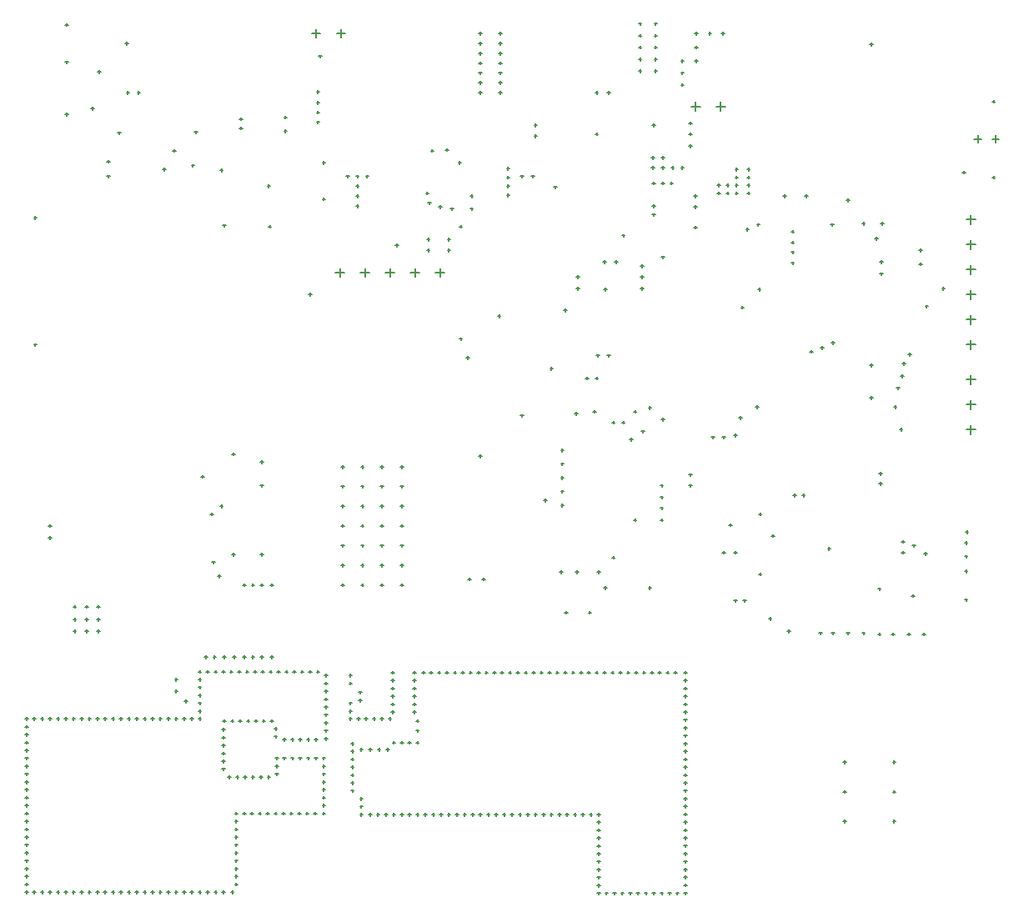
<source format=gbr>
%TF.GenerationSoftware,Altium Limited,Altium Designer,20.2.6 (244)*%
G04 Layer_Color=128*
%FSLAX45Y45*%
%MOMM*%
%TF.SameCoordinates,65E78103-6D03-462D-AAE3-041F84C347C7*%
%TF.FilePolarity,Positive*%
%TF.FileFunction,Drillmap*%
%TF.Part,Single*%
G01*
G75*
%TA.AperFunction,NonConductor*%
%ADD95C,0.12700*%
D95*
X7095000Y8060000D02*
X7185000D01*
X7140000Y8015000D02*
Y8105000D01*
X6841000Y8060000D02*
X6931000D01*
X6886000Y8015000D02*
Y8105000D01*
X3227000Y6370000D02*
X3317000D01*
X3272000Y6325000D02*
Y6415000D01*
X3481000Y6370000D02*
X3571000D01*
X3526000Y6325000D02*
Y6415000D01*
X3735000Y6370000D02*
X3825000D01*
X3780000Y6325000D02*
Y6415000D01*
X3989000Y6370000D02*
X4079000D01*
X4034000Y6325000D02*
Y6415000D01*
X4243000Y6370000D02*
X4333000D01*
X4288000Y6325000D02*
Y6415000D01*
X3239000Y8800000D02*
X3329000D01*
X3284000Y8755000D02*
Y8845000D01*
X2985000Y8800000D02*
X3075000D01*
X3030000Y8755000D02*
Y8845000D01*
X9714000Y7730000D02*
X9786000D01*
X9750000Y7694000D02*
Y7766000D01*
X9894000Y7730000D02*
X9966000D01*
X9930000Y7694000D02*
Y7766000D01*
X9635000Y4776000D02*
X9725000D01*
X9680000Y4731000D02*
Y4821000D01*
X9635000Y5030000D02*
X9725000D01*
X9680000Y4985000D02*
Y5075000D01*
X9635000Y5284000D02*
X9725000D01*
X9680000Y5239000D02*
Y5329000D01*
X9635000Y5640000D02*
X9725000D01*
X9680000Y5595000D02*
Y5685000D01*
X9635000Y5894000D02*
X9725000D01*
X9680000Y5849000D02*
Y5939000D01*
X9635000Y6148000D02*
X9725000D01*
X9680000Y6103000D02*
Y6193000D01*
X9635000Y6402000D02*
X9725000D01*
X9680000Y6357000D02*
Y6447000D01*
X9635000Y6656000D02*
X9725000D01*
X9680000Y6611000D02*
Y6701000D01*
X9635000Y6910000D02*
X9725000D01*
X9680000Y6865000D02*
Y6955000D01*
X905000Y7500000D02*
X935000D01*
X920000Y7485000D02*
Y7515000D01*
X905000Y7350000D02*
X935000D01*
X920000Y7335000D02*
Y7365000D01*
X2085000Y6850000D02*
X2115000D01*
X2100000Y6835000D02*
Y6865000D01*
X2055000Y7412500D02*
X2085000D01*
X2070000Y7397500D02*
Y7427500D01*
X2535000Y7250000D02*
X2565000D01*
X2550000Y7235000D02*
Y7265000D01*
X2545000Y6840000D02*
X2575000D01*
X2560000Y6825000D02*
Y6855000D01*
X1015000Y7790000D02*
X1045000D01*
X1030000Y7775000D02*
Y7805000D01*
X165000Y5640000D02*
X195000D01*
X180000Y5625000D02*
Y5655000D01*
X165000Y6930000D02*
X195000D01*
X180000Y6915000D02*
Y6945000D01*
X3115000Y2200000D02*
X3145000D01*
X3130000Y2185000D02*
Y2215000D01*
X3115000Y2280000D02*
X3145000D01*
X3130000Y2265000D02*
Y2295000D01*
X3365000Y2280000D02*
X3395000D01*
X3380000Y2265000D02*
Y2295000D01*
X4345000Y7620000D02*
X4375000D01*
X4360000Y7605000D02*
Y7635000D01*
X6445000Y7050000D02*
X6475000D01*
X6460000Y7035000D02*
Y7065000D01*
X6445000Y6960000D02*
X6475000D01*
X6460000Y6945000D02*
Y6975000D01*
X2325000Y1820000D02*
X2355000D01*
X2340000Y1805000D02*
Y1835000D01*
X2695000Y1630000D02*
X2725000D01*
X2710000Y1615000D02*
Y1645000D01*
X2465000Y3510000D02*
X2495000D01*
X2480000Y3495000D02*
Y3525000D01*
X2175000Y3510000D02*
X2205000D01*
X2190000Y3495000D02*
Y3525000D01*
X2285000Y3200000D02*
X2315000D01*
X2300000Y3185000D02*
Y3215000D01*
X2375000Y3200000D02*
X2405000D01*
X2390000Y3185000D02*
Y3215000D01*
X4595000Y7020000D02*
X4625000D01*
X4610000Y7005000D02*
Y7035000D01*
X4595000Y7150000D02*
X4625000D01*
X4610000Y7135000D02*
Y7165000D01*
X4365000Y6600000D02*
X4395000D01*
X4380000Y6585000D02*
Y6615000D01*
X4365000Y6710000D02*
X4395000D01*
X4380000Y6695000D02*
Y6725000D01*
X4155000Y6600000D02*
X4185000D01*
X4170000Y6585000D02*
Y6615000D01*
X7875000Y4110000D02*
X7905000D01*
X7890000Y4095000D02*
Y4125000D01*
X3035000Y2320000D02*
X3065000D01*
X3050000Y2305000D02*
Y2335000D01*
X2955000Y2320000D02*
X2985000D01*
X2970000Y2305000D02*
Y2335000D01*
X2875000Y2320000D02*
X2905000D01*
X2890000Y2305000D02*
Y2335000D01*
X2795000Y2320000D02*
X2825000D01*
X2810000Y2305000D02*
Y2335000D01*
X1915000Y2320000D02*
X1945000D01*
X1930000Y2305000D02*
Y2335000D01*
X2555000Y2320000D02*
X2585000D01*
X2570000Y2305000D02*
Y2335000D01*
X2635000Y2320000D02*
X2665000D01*
X2650000Y2305000D02*
Y2335000D01*
X2715000Y2320000D02*
X2745000D01*
X2730000Y2305000D02*
Y2335000D01*
X1995000Y2320000D02*
X2025000D01*
X2010000Y2305000D02*
Y2335000D01*
X2075000Y2320000D02*
X2105000D01*
X2090000Y2305000D02*
Y2335000D01*
X2155000Y2320000D02*
X2185000D01*
X2170000Y2305000D02*
Y2335000D01*
X2235000Y2320000D02*
X2265000D01*
X2250000Y2305000D02*
Y2335000D01*
X2315000Y2320000D02*
X2345000D01*
X2330000Y2305000D02*
Y2335000D01*
X2395000Y2320000D02*
X2425000D01*
X2410000Y2305000D02*
Y2335000D01*
X2475000Y2320000D02*
X2505000D01*
X2490000Y2305000D02*
Y2335000D01*
X1835000Y2320000D02*
X1865000D01*
X1850000Y2305000D02*
Y2335000D01*
X1835000Y2240000D02*
X1865000D01*
X1850000Y2225000D02*
Y2255000D01*
X1835000Y2160000D02*
X1865000D01*
X1850000Y2145000D02*
Y2175000D01*
X1835000Y2080000D02*
X1865000D01*
X1850000Y2065000D02*
Y2095000D01*
X1835000Y2000000D02*
X1865000D01*
X1850000Y1985000D02*
Y2015000D01*
X1835000Y1920000D02*
X1865000D01*
X1850000Y1905000D02*
Y1935000D01*
X1835000Y1840000D02*
X1865000D01*
X1850000Y1825000D02*
Y1855000D01*
X1195000Y1840000D02*
X1225000D01*
X1210000Y1825000D02*
Y1855000D01*
X1115000Y1840000D02*
X1145000D01*
X1130000Y1825000D02*
Y1855000D01*
X1035000Y1840000D02*
X1065000D01*
X1050000Y1825000D02*
Y1855000D01*
X1755000Y1840000D02*
X1785000D01*
X1770000Y1825000D02*
Y1855000D01*
X1675000Y1840000D02*
X1705000D01*
X1690000Y1825000D02*
Y1855000D01*
X1595000Y1840000D02*
X1625000D01*
X1610000Y1825000D02*
Y1855000D01*
X1515000Y1840000D02*
X1545000D01*
X1530000Y1825000D02*
Y1855000D01*
X1435000Y1840000D02*
X1465000D01*
X1450000Y1825000D02*
Y1855000D01*
X1355000Y1840000D02*
X1385000D01*
X1370000Y1825000D02*
Y1855000D01*
X1275000Y1840000D02*
X1305000D01*
X1290000Y1825000D02*
Y1855000D01*
X955000Y1840000D02*
X985000D01*
X970000Y1825000D02*
Y1855000D01*
X315000Y1840000D02*
X345000D01*
X330000Y1825000D02*
Y1855000D01*
X235000Y1840000D02*
X265000D01*
X250000Y1825000D02*
Y1855000D01*
X155000Y1840000D02*
X185000D01*
X170000Y1825000D02*
Y1855000D01*
X875000Y1840000D02*
X905000D01*
X890000Y1825000D02*
Y1855000D01*
X795000Y1840000D02*
X825000D01*
X810000Y1825000D02*
Y1855000D01*
X715000Y1840000D02*
X745000D01*
X730000Y1825000D02*
Y1855000D01*
X635000Y1840000D02*
X665000D01*
X650000Y1825000D02*
Y1855000D01*
X555000Y1840000D02*
X585000D01*
X570000Y1825000D02*
Y1855000D01*
X475000Y1840000D02*
X505000D01*
X490000Y1825000D02*
Y1855000D01*
X395000Y1840000D02*
X425000D01*
X410000Y1825000D02*
Y1855000D01*
X75000Y1040000D02*
X105000D01*
X90000Y1025000D02*
Y1055000D01*
X75000Y1680000D02*
X105000D01*
X90000Y1665000D02*
Y1695000D01*
X75000Y1760000D02*
X105000D01*
X90000Y1745000D02*
Y1775000D01*
X75000Y1840000D02*
X105000D01*
X90000Y1825000D02*
Y1855000D01*
X75000Y1120000D02*
X105000D01*
X90000Y1105000D02*
Y1135000D01*
X75000Y1200000D02*
X105000D01*
X90000Y1185000D02*
Y1215000D01*
X75000Y1280000D02*
X105000D01*
X90000Y1265000D02*
Y1295000D01*
X75000Y1360000D02*
X105000D01*
X90000Y1345000D02*
Y1375000D01*
X75000Y1440000D02*
X105000D01*
X90000Y1425000D02*
Y1455000D01*
X75000Y1520000D02*
X105000D01*
X90000Y1505000D02*
Y1535000D01*
X75000Y1600000D02*
X105000D01*
X90000Y1585000D02*
Y1615000D01*
X75000Y160000D02*
X105000D01*
X90000Y145000D02*
Y175000D01*
X75000Y800000D02*
X105000D01*
X90000Y785000D02*
Y815000D01*
X75000Y880000D02*
X105000D01*
X90000Y865000D02*
Y895000D01*
X75000Y960000D02*
X105000D01*
X90000Y945000D02*
Y975000D01*
X75000Y240000D02*
X105000D01*
X90000Y225000D02*
Y255000D01*
X75000Y320000D02*
X105000D01*
X90000Y305000D02*
Y335000D01*
X75000Y400000D02*
X105000D01*
X90000Y385000D02*
Y415000D01*
X75000Y480000D02*
X105000D01*
X90000Y465000D02*
Y495000D01*
X75000Y560000D02*
X105000D01*
X90000Y545000D02*
Y575000D01*
X75000Y640000D02*
X105000D01*
X90000Y625000D02*
Y655000D01*
X75000Y720000D02*
X105000D01*
X90000Y705000D02*
Y735000D01*
X155000Y80000D02*
X185000D01*
X170000Y65000D02*
Y95000D01*
X235000Y80000D02*
X265000D01*
X250000Y65000D02*
Y95000D01*
X315000Y80000D02*
X345000D01*
X330000Y65000D02*
Y95000D01*
X75000Y80000D02*
X105000D01*
X90000Y65000D02*
Y95000D01*
X395000Y80000D02*
X425000D01*
X410000Y65000D02*
Y95000D01*
X1035000Y80000D02*
X1065000D01*
X1050000Y65000D02*
Y95000D01*
X1115000Y80000D02*
X1145000D01*
X1130000Y65000D02*
Y95000D01*
X1195000Y80000D02*
X1225000D01*
X1210000Y65000D02*
Y95000D01*
X475000Y80000D02*
X505000D01*
X490000Y65000D02*
Y95000D01*
X555000Y80000D02*
X585000D01*
X570000Y65000D02*
Y95000D01*
X635000Y80000D02*
X665000D01*
X650000Y65000D02*
Y95000D01*
X715000Y80000D02*
X745000D01*
X730000Y65000D02*
Y95000D01*
X795000Y80000D02*
X825000D01*
X810000Y65000D02*
Y95000D01*
X875000Y80000D02*
X905000D01*
X890000Y65000D02*
Y95000D01*
X955000Y80000D02*
X985000D01*
X970000Y65000D02*
Y95000D01*
X1275000Y80000D02*
X1305000D01*
X1290000Y65000D02*
Y95000D01*
X1915000Y80000D02*
X1945000D01*
X1930000Y65000D02*
Y95000D01*
X1995000Y80000D02*
X2025000D01*
X2010000Y65000D02*
Y95000D01*
X2075000Y80000D02*
X2105000D01*
X2090000Y65000D02*
Y95000D01*
X1355000Y80000D02*
X1385000D01*
X1370000Y65000D02*
Y95000D01*
X1435000Y80000D02*
X1465000D01*
X1450000Y65000D02*
Y95000D01*
X1515000Y80000D02*
X1545000D01*
X1530000Y65000D02*
Y95000D01*
X1595000Y80000D02*
X1625000D01*
X1610000Y65000D02*
Y95000D01*
X1675000Y80000D02*
X1705000D01*
X1690000Y65000D02*
Y95000D01*
X1755000Y80000D02*
X1785000D01*
X1770000Y65000D02*
Y95000D01*
X1835000Y80000D02*
X1865000D01*
X1850000Y65000D02*
Y95000D01*
X5865000Y2310000D02*
X5895000D01*
X5880000Y2295000D02*
Y2325000D01*
X6505000Y2310000D02*
X6535000D01*
X6520000Y2295000D02*
Y2325000D01*
X6585000Y2310000D02*
X6615000D01*
X6600000Y2295000D02*
Y2325000D01*
X6665000Y2310000D02*
X6695000D01*
X6680000Y2295000D02*
Y2325000D01*
X5945000Y2310000D02*
X5975000D01*
X5960000Y2295000D02*
Y2325000D01*
X6025000Y2310000D02*
X6055000D01*
X6040000Y2295000D02*
Y2325000D01*
X6105000Y2310000D02*
X6135000D01*
X6120000Y2295000D02*
Y2325000D01*
X6185000Y2310000D02*
X6215000D01*
X6200000Y2295000D02*
Y2325000D01*
X6265000Y2310000D02*
X6295000D01*
X6280000Y2295000D02*
Y2325000D01*
X6345000Y2310000D02*
X6375000D01*
X6360000Y2295000D02*
Y2325000D01*
X6425000Y2310000D02*
X6455000D01*
X6440000Y2295000D02*
Y2325000D01*
X4985000Y2310000D02*
X5015000D01*
X5000000Y2295000D02*
Y2325000D01*
X5625000Y2310000D02*
X5655000D01*
X5640000Y2295000D02*
Y2325000D01*
X5705000Y2310000D02*
X5735000D01*
X5720000Y2295000D02*
Y2325000D01*
X5785000Y2310000D02*
X5815000D01*
X5800000Y2295000D02*
Y2325000D01*
X5065000Y2310000D02*
X5095000D01*
X5080000Y2295000D02*
Y2325000D01*
X5145000Y2310000D02*
X5175000D01*
X5160000Y2295000D02*
Y2325000D01*
X5225000Y2310000D02*
X5255000D01*
X5240000Y2295000D02*
Y2325000D01*
X5305000Y2310000D02*
X5335000D01*
X5320000Y2295000D02*
Y2325000D01*
X5385000Y2310000D02*
X5415000D01*
X5400000Y2295000D02*
Y2325000D01*
X5465000Y2310000D02*
X5495000D01*
X5480000Y2295000D02*
Y2325000D01*
X5545000Y2310000D02*
X5575000D01*
X5560000Y2295000D02*
Y2325000D01*
X4105000Y2310000D02*
X4135000D01*
X4120000Y2295000D02*
Y2325000D01*
X4745000Y2310000D02*
X4775000D01*
X4760000Y2295000D02*
Y2325000D01*
X4825000Y2310000D02*
X4855000D01*
X4840000Y2295000D02*
Y2325000D01*
X4905000Y2310000D02*
X4935000D01*
X4920000Y2295000D02*
Y2325000D01*
X4185000Y2310000D02*
X4215000D01*
X4200000Y2295000D02*
Y2325000D01*
X4265000Y2310000D02*
X4295000D01*
X4280000Y2295000D02*
Y2325000D01*
X4345000Y2310000D02*
X4375000D01*
X4360000Y2295000D02*
Y2325000D01*
X4425000Y2310000D02*
X4455000D01*
X4440000Y2295000D02*
Y2325000D01*
X4505000Y2310000D02*
X4535000D01*
X4520000Y2295000D02*
Y2325000D01*
X4585000Y2310000D02*
X4615000D01*
X4600000Y2295000D02*
Y2325000D01*
X4665000Y2310000D02*
X4695000D01*
X4680000Y2295000D02*
Y2325000D01*
X6765000Y2070000D02*
X6795000D01*
X6780000Y2055000D02*
Y2085000D01*
X6765000Y1990000D02*
X6795000D01*
X6780000Y1975000D02*
Y2005000D01*
X6765000Y1910000D02*
X6795000D01*
X6780000Y1895000D02*
Y1925000D01*
X6765000Y2310000D02*
X6795000D01*
X6780000Y2295000D02*
Y2325000D01*
X6765000Y2230000D02*
X6795000D01*
X6780000Y2215000D02*
Y2245000D01*
X6765000Y2150000D02*
X6795000D01*
X6780000Y2135000D02*
Y2165000D01*
X6765000Y1830000D02*
X6795000D01*
X6780000Y1815000D02*
Y1845000D01*
X6765000Y1190000D02*
X6795000D01*
X6780000Y1175000D02*
Y1205000D01*
X6765000Y1110000D02*
X6795000D01*
X6780000Y1095000D02*
Y1125000D01*
X6765000Y1030000D02*
X6795000D01*
X6780000Y1015000D02*
Y1045000D01*
X6765000Y1750000D02*
X6795000D01*
X6780000Y1735000D02*
Y1765000D01*
X6765000Y1670000D02*
X6795000D01*
X6780000Y1655000D02*
Y1685000D01*
X6765000Y1590000D02*
X6795000D01*
X6780000Y1575000D02*
Y1605000D01*
X6765000Y1510000D02*
X6795000D01*
X6780000Y1495000D02*
Y1525000D01*
X6765000Y1430000D02*
X6795000D01*
X6780000Y1415000D02*
Y1445000D01*
X6765000Y1350000D02*
X6795000D01*
X6780000Y1335000D02*
Y1365000D01*
X6765000Y1270000D02*
X6795000D01*
X6780000Y1255000D02*
Y1285000D01*
X6765006Y951222D02*
X6795006D01*
X6780006Y936222D02*
Y966222D01*
X6765007Y311222D02*
X6795006D01*
X6780007Y296222D02*
Y326222D01*
X6765007Y231222D02*
X6795006D01*
X6780007Y216222D02*
Y246222D01*
X6765007Y151222D02*
X6795006D01*
X6780007Y136222D02*
Y166222D01*
X6765007Y871222D02*
X6795006D01*
X6780007Y856222D02*
Y886222D01*
X6765007Y791222D02*
X6795006D01*
X6780007Y776222D02*
Y806222D01*
X6765007Y711222D02*
X6795006D01*
X6780007Y696222D02*
Y726222D01*
X6765007Y631222D02*
X6795006D01*
X6780007Y616222D02*
Y646222D01*
X6765007Y551222D02*
X6795006D01*
X6780007Y536222D02*
Y566222D01*
X6765007Y471222D02*
X6795006D01*
X6780007Y456222D02*
Y486222D01*
X6765007Y391222D02*
X6795006D01*
X6780007Y376222D02*
Y406222D01*
X6765000Y70000D02*
X6795000D01*
X6780000Y55000D02*
Y85000D01*
X6685000Y70000D02*
X6715000D01*
X6700000Y55000D02*
Y85000D01*
X6045000Y70000D02*
X6075000D01*
X6060000Y55000D02*
Y85000D01*
X5965000Y70000D02*
X5995000D01*
X5980000Y55000D02*
Y85000D01*
X5885000Y70000D02*
X5915000D01*
X5900000Y55000D02*
Y85000D01*
X6605000Y70000D02*
X6635000D01*
X6620000Y55000D02*
Y85000D01*
X6525000Y70000D02*
X6555000D01*
X6540000Y55000D02*
Y85000D01*
X6445000Y70000D02*
X6475000D01*
X6460000Y55000D02*
Y85000D01*
X6365000Y70000D02*
X6395000D01*
X6380000Y55000D02*
Y85000D01*
X6285000Y70000D02*
X6315000D01*
X6300000Y55000D02*
Y85000D01*
X6205000Y70000D02*
X6235000D01*
X6220000Y55000D02*
Y85000D01*
X6125000Y70000D02*
X6155000D01*
X6140000Y55000D02*
Y85000D01*
X8705000Y6720000D02*
X8735000D01*
X8720000Y6705000D02*
Y6735000D01*
X1105000Y8200000D02*
X1135000D01*
X1120000Y8185000D02*
Y8215000D01*
X3465000Y2030000D02*
X3495000D01*
X3480000Y2015000D02*
Y2045000D01*
X3465000Y2110000D02*
X3495000D01*
X3480000Y2095000D02*
Y2125000D01*
X3745000Y1530000D02*
X3775000D01*
X3760000Y1515000D02*
Y1545000D01*
X3655000Y1530000D02*
X3685000D01*
X3670000Y1515000D02*
Y1545000D01*
X3565000Y1530000D02*
X3595000D01*
X3580000Y1515000D02*
Y1545000D01*
X5405000Y5400000D02*
X5435000D01*
X5420000Y5385000D02*
Y5415000D01*
X7775000Y7150000D02*
X7805000D01*
X7790000Y7135000D02*
Y7165000D01*
X2705000Y7810000D02*
X2735000D01*
X2720000Y7795000D02*
Y7825000D01*
X7225000Y3810000D02*
X7255000D01*
X7240000Y3795000D02*
Y3825000D01*
X8745000Y4330000D02*
X8775000D01*
X8760000Y4315000D02*
Y4345000D01*
X8745000Y4230000D02*
X8775000D01*
X8760000Y4215000D02*
Y4245000D01*
X8955000Y4780000D02*
X8985000D01*
X8970000Y4765000D02*
Y4795000D01*
X8655000Y5100000D02*
X8685000D01*
X8670000Y5085000D02*
Y5115000D01*
X8655000Y5430000D02*
X8685000D01*
X8670000Y5415000D02*
Y5445000D01*
X7345000Y6020000D02*
X7375000D01*
X7360000Y6005000D02*
Y6035000D01*
X6135000Y6750000D02*
X6165000D01*
X6150000Y6735000D02*
Y6765000D01*
X5445000Y7240000D02*
X5475000D01*
X5460000Y7225000D02*
Y7255000D01*
X5105000Y7350000D02*
X5135000D01*
X5120000Y7335000D02*
Y7365000D01*
X5215000Y7350000D02*
X5245000D01*
X5230000Y7335000D02*
Y7365000D01*
X4685000Y8200000D02*
X4715000D01*
X4700000Y8185000D02*
Y8215000D01*
X4685000Y8300000D02*
X4715000D01*
X4700000Y8285000D02*
Y8315000D01*
X4685000Y8400000D02*
X4715000D01*
X4700000Y8385000D02*
Y8415000D01*
X4685000Y8500000D02*
X4715000D01*
X4700000Y8485000D02*
Y8515000D01*
X4685000Y8600000D02*
X4715000D01*
X4700000Y8585000D02*
Y8615000D01*
X4685000Y8700000D02*
X4715000D01*
X4700000Y8685000D02*
Y8715000D01*
X4685000Y8800000D02*
X4715000D01*
X4700000Y8785000D02*
Y8815000D01*
X4885000Y8800000D02*
X4915000D01*
X4900000Y8785000D02*
Y8815000D01*
X4885000Y8700000D02*
X4915000D01*
X4900000Y8685000D02*
Y8715000D01*
X4885000Y8600000D02*
X4915000D01*
X4900000Y8585000D02*
Y8615000D01*
X4885000Y8500000D02*
X4915000D01*
X4900000Y8485000D02*
Y8515000D01*
X4885000Y8400000D02*
X4915000D01*
X4900000Y8385000D02*
Y8415000D01*
X4885000Y8300000D02*
X4915000D01*
X4900000Y8285000D02*
Y8315000D01*
X4885000Y8200000D02*
X4915000D01*
X4900000Y8185000D02*
Y8215000D01*
X6735000Y8280000D02*
X6765000D01*
X6750000Y8265000D02*
Y8295000D01*
X6735000Y8400000D02*
X6765000D01*
X6750000Y8385000D02*
Y8415000D01*
X6735000Y8520000D02*
X6765000D01*
X6750000Y8505000D02*
Y8535000D01*
X6875000Y8520000D02*
X6905000D01*
X6890000Y8505000D02*
Y8535000D01*
X6875000Y8660000D02*
X6905000D01*
X6890000Y8645000D02*
Y8675000D01*
X6875000Y8800000D02*
X6905000D01*
X6890000Y8785000D02*
Y8815000D01*
X7015000Y8800000D02*
X7045000D01*
X7030000Y8785000D02*
Y8815000D01*
X7145000Y8800000D02*
X7175000D01*
X7160000Y8785000D02*
Y8815000D01*
X6815000Y7890000D02*
X6845000D01*
X6830000Y7875000D02*
Y7905000D01*
X6815000Y7780000D02*
X6845000D01*
X6830000Y7765000D02*
Y7795000D01*
X6815000Y7660000D02*
X6845000D01*
X6830000Y7645000D02*
Y7675000D01*
X7395000Y6810000D02*
X7425000D01*
X7410000Y6795000D02*
Y6825000D01*
X7855000Y6470000D02*
X7885000D01*
X7870000Y6455000D02*
Y6485000D01*
X7855000Y6580000D02*
X7885000D01*
X7870000Y6565000D02*
Y6595000D01*
X7855000Y6680000D02*
X7885000D01*
X7870000Y6665000D02*
Y6695000D01*
X7855000Y6790000D02*
X7885000D01*
X7870000Y6775000D02*
Y6805000D01*
X7995000Y7150000D02*
X8025000D01*
X8010000Y7135000D02*
Y7165000D01*
X8415000Y7110000D02*
X8445000D01*
X8430000Y7095000D02*
Y7125000D01*
X9155000Y6600000D02*
X9185000D01*
X9170000Y6585000D02*
Y6615000D01*
X9895000Y7340000D02*
X9925000D01*
X9910000Y7325000D02*
Y7355000D01*
X9895000Y8110000D02*
X9925000D01*
X9910000Y8095000D02*
Y8125000D01*
X8655000Y8690000D02*
X8685000D01*
X8670000Y8675000D02*
Y8705000D01*
X6405000Y5000000D02*
X6435000D01*
X6420000Y4985000D02*
Y5015000D01*
X7275000Y4720000D02*
X7305000D01*
X7290000Y4705000D02*
Y4735000D01*
X7155000Y4700000D02*
X7185000D01*
X7170000Y4685000D02*
Y4715000D01*
X7045000Y4700000D02*
X7075000D01*
X7060000Y4685000D02*
Y4715000D01*
X7325000Y4900000D02*
X7355000D01*
X7340000Y4885000D02*
Y4915000D01*
X8885000Y1100000D02*
X8915000D01*
X8900000Y1085000D02*
Y1115000D01*
X8385000Y1100000D02*
X8415000D01*
X8400000Y1085000D02*
Y1115000D01*
X8385000Y800000D02*
X8415000D01*
X8400000Y785000D02*
Y815000D01*
X8885000Y800000D02*
X8915000D01*
X8900000Y785000D02*
Y815000D01*
X8885000Y1400000D02*
X8915000D01*
X8900000Y1385000D02*
Y1415000D01*
X8385000Y1400000D02*
X8415000D01*
X8400000Y1385000D02*
Y1415000D01*
X7625000Y2860000D02*
X7655000D01*
X7640000Y2845000D02*
Y2875000D01*
X7815000Y2730000D02*
X7845000D01*
X7830000Y2715000D02*
Y2745000D01*
X8135000Y2710000D02*
X8165000D01*
X8150000Y2695000D02*
Y2725000D01*
X8265000Y2710000D02*
X8295000D01*
X8280000Y2695000D02*
Y2725000D01*
X8415000Y2710000D02*
X8445000D01*
X8430000Y2695000D02*
Y2725000D01*
X8575000Y2710000D02*
X8605000D01*
X8590000Y2695000D02*
Y2725000D01*
X8735000Y2700000D02*
X8765000D01*
X8750000Y2685000D02*
Y2715000D01*
X8875000Y2700000D02*
X8905000D01*
X8890000Y2685000D02*
Y2715000D01*
X9035000Y2700000D02*
X9065000D01*
X9050000Y2685000D02*
Y2715000D01*
X9185000Y2700000D02*
X9215000D01*
X9200000Y2685000D02*
Y2715000D01*
X9615000Y3050000D02*
X9645000D01*
X9630000Y3035000D02*
Y3065000D01*
X9615000Y3340000D02*
X9645000D01*
X9630000Y3325000D02*
Y3355000D01*
X8975000Y3640000D02*
X9005000D01*
X8990000Y3625000D02*
Y3655000D01*
X5515000Y4150000D02*
X5545000D01*
X5530000Y4135000D02*
Y4165000D01*
X5515000Y4290000D02*
X5545000D01*
X5530000Y4275000D02*
Y4305000D01*
X5515000Y4430000D02*
X5545000D01*
X5530000Y4415000D02*
Y4445000D01*
X5515000Y4570000D02*
X5545000D01*
X5530000Y4555000D02*
Y4585000D01*
X5345000Y4060000D02*
X5375000D01*
X5360000Y4045000D02*
Y4075000D01*
X5515000Y4010000D02*
X5545000D01*
X5530000Y3995000D02*
Y4025000D01*
X5885000Y3330000D02*
X5915000D01*
X5900000Y3315000D02*
Y3345000D01*
X5665000Y3330000D02*
X5695000D01*
X5680000Y3315000D02*
Y3345000D01*
X5505000Y3330000D02*
X5535000D01*
X5520000Y3315000D02*
Y3345000D01*
X5795000Y2920000D02*
X5825000D01*
X5810000Y2905000D02*
Y2935000D01*
X5555000Y2920000D02*
X5585000D01*
X5570000Y2905000D02*
Y2935000D01*
X4575000Y3260000D02*
X4605000D01*
X4590000Y3245000D02*
Y3275000D01*
X4715000Y3260000D02*
X4745000D01*
X4730000Y3245000D02*
Y3275000D01*
X3685000Y3400000D02*
X3715000D01*
X3700000Y3385000D02*
Y3415000D01*
X3485000Y3400000D02*
X3515000D01*
X3500000Y3385000D02*
Y3415000D01*
X3285000Y3400000D02*
X3315000D01*
X3300000Y3385000D02*
Y3415000D01*
X3285000Y3200000D02*
X3315000D01*
X3300000Y3185000D02*
Y3215000D01*
X3485000Y3200000D02*
X3515000D01*
X3500000Y3185000D02*
Y3215000D01*
X3685000Y3200000D02*
X3715000D01*
X3700000Y3185000D02*
Y3215000D01*
X3885000Y3200000D02*
X3915000D01*
X3900000Y3185000D02*
Y3215000D01*
X3885000Y3400000D02*
X3915000D01*
X3900000Y3385000D02*
Y3415000D01*
X3885000Y3600000D02*
X3915000D01*
X3900000Y3585000D02*
Y3615000D01*
X3685000Y3600000D02*
X3715000D01*
X3700000Y3585000D02*
Y3615000D01*
X3485000Y3600000D02*
X3515000D01*
X3500000Y3585000D02*
Y3615000D01*
X3285000Y3600000D02*
X3315000D01*
X3300000Y3585000D02*
Y3615000D01*
X3285000Y3800000D02*
X3315000D01*
X3300000Y3785000D02*
Y3815000D01*
X3485000Y3800000D02*
X3515000D01*
X3500000Y3785000D02*
Y3815000D01*
X3685000Y3800000D02*
X3715000D01*
X3700000Y3785000D02*
Y3815000D01*
X3885000Y3800000D02*
X3915000D01*
X3900000Y3785000D02*
Y3815000D01*
X3885000Y4000000D02*
X3915000D01*
X3900000Y3985000D02*
Y4015000D01*
X3685000Y4000000D02*
X3715000D01*
X3700000Y3985000D02*
Y4015000D01*
X3485000Y4000000D02*
X3515000D01*
X3500000Y3985000D02*
Y4015000D01*
X3285000Y4000000D02*
X3315000D01*
X3300000Y3985000D02*
Y4015000D01*
X3285000Y4200000D02*
X3315000D01*
X3300000Y4185000D02*
Y4215000D01*
X3485000Y4200000D02*
X3515000D01*
X3500000Y4185000D02*
Y4215000D01*
X3685000Y4200000D02*
X3715000D01*
X3700000Y4185000D02*
Y4215000D01*
X3885000Y4200000D02*
X3915000D01*
X3900000Y4185000D02*
Y4215000D01*
X3885000Y4400000D02*
X3915000D01*
X3900000Y4385000D02*
Y4415000D01*
X3685000Y4400000D02*
X3715000D01*
X3700000Y4385000D02*
Y4415000D01*
X3485000Y4400000D02*
X3515000D01*
X3500000Y4385000D02*
Y4415000D01*
X3285000Y4400000D02*
X3315000D01*
X3300000Y4385000D02*
Y4415000D01*
X315000Y3800000D02*
X345000D01*
X330000Y3785000D02*
Y3815000D01*
X315000Y3680000D02*
X345000D01*
X330000Y3665000D02*
Y3695000D01*
X1595000Y2120000D02*
X1625000D01*
X1610000Y2105000D02*
Y2135000D01*
X1595000Y2240000D02*
X1625000D01*
X1610000Y2225000D02*
Y2255000D01*
X1895000Y2470000D02*
X1925000D01*
X1910000Y2455000D02*
Y2485000D01*
X1985000Y2470000D02*
X2015000D01*
X2000000Y2455000D02*
Y2485000D01*
X2085000Y2470000D02*
X2115000D01*
X2100000Y2455000D02*
Y2485000D01*
X2185000Y2470000D02*
X2215000D01*
X2200000Y2455000D02*
Y2485000D01*
X2285000Y2470000D02*
X2315000D01*
X2300000Y2455000D02*
Y2485000D01*
X2375000Y2470000D02*
X2405000D01*
X2390000Y2455000D02*
Y2485000D01*
X2465000Y2470000D02*
X2495000D01*
X2480000Y2455000D02*
Y2485000D01*
X2565000Y2470000D02*
X2595000D01*
X2580000Y2455000D02*
Y2485000D01*
X2465000Y3200000D02*
X2495000D01*
X2480000Y3185000D02*
Y3215000D01*
X2565000Y3200000D02*
X2595000D01*
X2580000Y3185000D02*
Y3215000D01*
X2055000Y4000000D02*
X2085000D01*
X2070000Y3985000D02*
Y4015000D01*
X2465000Y4210000D02*
X2495000D01*
X2480000Y4195000D02*
Y4225000D01*
X2465000Y4450000D02*
X2495000D01*
X2480000Y4435000D02*
Y4465000D01*
X2175000Y4530000D02*
X2205000D01*
X2190000Y4515000D02*
Y4545000D01*
X1865000Y4300000D02*
X1895000D01*
X1880000Y4285000D02*
Y4315000D01*
X4155000Y6710000D02*
X4185000D01*
X4170000Y6695000D02*
Y6725000D01*
X4395000Y7020000D02*
X4425000D01*
X4410000Y7005000D02*
Y7035000D01*
X4275000Y7040000D02*
X4305000D01*
X4290000Y7025000D02*
Y7055000D01*
X4875000Y5930000D02*
X4905000D01*
X4890000Y5915000D02*
Y5945000D01*
X5675000Y6210000D02*
X5705000D01*
X5690000Y6195000D02*
Y6225000D01*
X5675000Y6330000D02*
X5705000D01*
X5690000Y6315000D02*
Y6345000D01*
X5545000Y5990000D02*
X5575000D01*
X5560000Y5975000D02*
Y6005000D01*
X5105000Y4920000D02*
X5135000D01*
X5120000Y4905000D02*
Y4935000D01*
X5655000Y4940000D02*
X5685000D01*
X5670000Y4925000D02*
Y4955000D01*
X5985000Y5530000D02*
X6015000D01*
X6000000Y5515000D02*
Y5545000D01*
X5875000Y5530000D02*
X5905000D01*
X5890000Y5515000D02*
Y5545000D01*
X5955000Y6200000D02*
X5985000D01*
X5970000Y6185000D02*
Y6215000D01*
X5945000Y6480000D02*
X5975000D01*
X5960000Y6465000D02*
Y6495000D01*
X6065000Y6480000D02*
X6095000D01*
X6080000Y6465000D02*
Y6495000D01*
X6535000Y6530000D02*
X6565000D01*
X6550000Y6515000D02*
Y6545000D01*
X6445000Y7870000D02*
X6475000D01*
X6460000Y7855000D02*
Y7885000D01*
X5865000Y7780000D02*
X5895000D01*
X5880000Y7765000D02*
Y7795000D01*
X5865000Y8200000D02*
X5895000D01*
X5880000Y8185000D02*
Y8215000D01*
X5985000Y8200000D02*
X6015000D01*
X6000000Y8185000D02*
Y8215000D01*
X5245000Y7760000D02*
X5275000D01*
X5260000Y7745000D02*
Y7775000D01*
X5245000Y7870000D02*
X5275000D01*
X5260000Y7855000D02*
Y7885000D01*
X3435000Y7050000D02*
X3465000D01*
X3450000Y7035000D02*
Y7065000D01*
X3535000Y7350000D02*
X3565000D01*
X3550000Y7335000D02*
Y7365000D01*
X3435000Y7150000D02*
X3465000D01*
X3450000Y7135000D02*
Y7165000D01*
X3435000Y7250000D02*
X3465000D01*
X3450000Y7235000D02*
Y7265000D01*
X3435000Y7350000D02*
X3465000D01*
X3450000Y7335000D02*
Y7365000D01*
X3335000Y7350000D02*
X3365000D01*
X3350000Y7335000D02*
Y7365000D01*
X3035000Y7900000D02*
X3065000D01*
X3050000Y7885000D02*
Y7915000D01*
X3035000Y8000000D02*
X3065000D01*
X3050000Y7985000D02*
Y8015000D01*
X3035000Y8100000D02*
X3065000D01*
X3050000Y8085000D02*
Y8115000D01*
X3035000Y8210000D02*
X3065000D01*
X3050000Y8195000D02*
Y8225000D01*
X3055000Y8570000D02*
X3085000D01*
X3070000Y8555000D02*
Y8585000D01*
X1795000Y7800000D02*
X1825000D01*
X1810000Y7785000D02*
Y7815000D01*
X1215000Y8200000D02*
X1245000D01*
X1230000Y8185000D02*
Y8215000D01*
X1095000Y8700000D02*
X1125000D01*
X1110000Y8685000D02*
Y8715000D01*
X745001Y8040000D02*
X775001D01*
X760001Y8025000D02*
Y8055000D01*
X815000Y8410000D02*
X845000D01*
X830000Y8395000D02*
Y8425000D01*
X2255000Y7840000D02*
X2285000D01*
X2270000Y7825000D02*
Y7855000D01*
X2255000Y7932501D02*
X2285000D01*
X2270000Y7917501D02*
Y7947500D01*
X6865000Y7040000D02*
X6895000D01*
X6880000Y7025000D02*
Y7055000D01*
X6865000Y7150000D02*
X6895000D01*
X6880000Y7135000D02*
Y7165000D01*
X8755000Y6360000D02*
X8785000D01*
X8770000Y6345000D02*
Y6375000D01*
X8755000Y6480000D02*
X8785000D01*
X8770000Y6465000D02*
Y6495000D01*
X7272500Y3040000D02*
X7302500D01*
X7287500Y3025000D02*
Y3054999D01*
X7365000Y3040000D02*
X7395000D01*
X7380000Y3025000D02*
Y3055000D01*
X7525000Y3310000D02*
X7555000D01*
X7540000Y3295000D02*
Y3325000D01*
X7655000Y3700000D02*
X7685000D01*
X7670000Y3685000D02*
Y3715000D01*
X7965000Y4110000D02*
X7995000D01*
X7980000Y4095000D02*
Y4125000D01*
X6525000Y4210000D02*
X6555000D01*
X6540000Y4195000D02*
Y4225000D01*
X6525000Y4090000D02*
X6555000D01*
X6540000Y4075000D02*
Y4105000D01*
X6525000Y3980000D02*
X6555000D01*
X6540000Y3965000D02*
Y3995000D01*
X6525000Y3860000D02*
X6555000D01*
X6540000Y3845000D02*
Y3875000D01*
X6305000Y8420000D02*
X6335000D01*
X6320000Y8405000D02*
Y8435000D01*
X6465000Y8420000D02*
X6495000D01*
X6480000Y8405000D02*
Y8435000D01*
X6305000Y8540000D02*
X6335000D01*
X6320000Y8525000D02*
Y8555000D01*
X6465000Y8540000D02*
X6495000D01*
X6480000Y8525000D02*
Y8555000D01*
X6465000Y8660000D02*
X6495000D01*
X6480000Y8645000D02*
Y8675000D01*
X6305000Y8660000D02*
X6335000D01*
X6320000Y8645000D02*
Y8675000D01*
X6305000Y8780000D02*
X6335000D01*
X6320000Y8765000D02*
Y8795000D01*
X6465000Y8780000D02*
X6495000D01*
X6480000Y8765000D02*
Y8795000D01*
X6465000Y8900000D02*
X6495000D01*
X6480000Y8885000D02*
Y8915000D01*
X6305000Y8900000D02*
X6335000D01*
X6320000Y8885000D02*
Y8915000D01*
X3795000Y2310000D02*
X3825000D01*
X3810000Y2295000D02*
Y2325000D01*
X3795000Y2230000D02*
X3825000D01*
X3810000Y2215000D02*
Y2245000D01*
X3795000Y2150000D02*
X3825000D01*
X3810000Y2135000D02*
Y2165000D01*
X3795000Y2070000D02*
X3825000D01*
X3810000Y2055000D02*
Y2085000D01*
X3795000Y1990000D02*
X3825000D01*
X3810000Y1975000D02*
Y2005000D01*
X3795000Y1910000D02*
X3825000D01*
X3810000Y1895000D02*
Y1925000D01*
X4015000Y2310000D02*
X4045000D01*
X4030000Y2295000D02*
Y2325000D01*
X4015000Y2230000D02*
X4045000D01*
X4030000Y2215000D02*
Y2245000D01*
X4015000Y2150000D02*
X4045000D01*
X4030000Y2135000D02*
Y2165000D01*
X4015000Y2070000D02*
X4045000D01*
X4030000Y2055000D02*
Y2085000D01*
X4015000Y1990000D02*
X4045000D01*
X4030000Y1975000D02*
Y2005000D01*
X4015000Y1910000D02*
X4045000D01*
X4030000Y1895000D02*
Y1925000D01*
X4045000Y1820000D02*
X4075000D01*
X4060000Y1805000D02*
Y1835000D01*
X3445000Y1840000D02*
X3475000D01*
X3460000Y1825000D02*
Y1855000D01*
X3525000Y1840000D02*
X3555000D01*
X3540000Y1825000D02*
Y1855000D01*
X3605000Y1840000D02*
X3635000D01*
X3620000Y1825000D02*
Y1855000D01*
X3685000Y1840000D02*
X3715000D01*
X3700000Y1825000D02*
Y1855000D01*
X3765000Y1840000D02*
X3795000D01*
X3780000Y1825000D02*
Y1855000D01*
X3965000Y1600000D02*
X3995000D01*
X3980000Y1585000D02*
Y1615000D01*
X4045000Y1600000D02*
X4075000D01*
X4060000Y1585000D02*
Y1615000D01*
X4045000Y1720000D02*
X4075000D01*
X4060000Y1705000D02*
Y1735000D01*
X3475000Y1530000D02*
X3505000D01*
X3490000Y1515000D02*
Y1545000D01*
X3805000Y1600000D02*
X3835000D01*
X3820000Y1585000D02*
Y1615000D01*
X3885000Y1600000D02*
X3915000D01*
X3900000Y1585000D02*
Y1615000D01*
X2205000Y240000D02*
X2235000D01*
X2220000Y225000D02*
Y255000D01*
X2205000Y160000D02*
X2235000D01*
X2220000Y145000D02*
Y175000D01*
X2165000Y80000D02*
X2195000D01*
X2180000Y65000D02*
Y95000D01*
X2205000Y800000D02*
X2235000D01*
X2220000Y785000D02*
Y815000D01*
X2205000Y720000D02*
X2235000D01*
X2220000Y705000D02*
Y735000D01*
X2205000Y640000D02*
X2235000D01*
X2220000Y625000D02*
Y655000D01*
X2205000Y560000D02*
X2235000D01*
X2220000Y545000D02*
Y575000D01*
X2205000Y480000D02*
X2235000D01*
X2220000Y465000D02*
Y495000D01*
X2205000Y400000D02*
X2235000D01*
X2220000Y385000D02*
Y415000D01*
X2205000Y320000D02*
X2235000D01*
X2220000Y305000D02*
Y335000D01*
X2445000Y880000D02*
X2475000D01*
X2460000Y865000D02*
Y895000D01*
X2365000Y880000D02*
X2395000D01*
X2380000Y865000D02*
Y895000D01*
X2285000Y880000D02*
X2315000D01*
X2300000Y865000D02*
Y895000D01*
X2205000Y880000D02*
X2235000D01*
X2220000Y865000D02*
Y895000D01*
X3005000Y880000D02*
X3035000D01*
X3020000Y865000D02*
Y895000D01*
X2925000Y880000D02*
X2955000D01*
X2940000Y865000D02*
Y895000D01*
X2845000Y880000D02*
X2875000D01*
X2860000Y865000D02*
Y895000D01*
X2765000Y880000D02*
X2795000D01*
X2780000Y865000D02*
Y895000D01*
X2685000Y880000D02*
X2715000D01*
X2700000Y865000D02*
Y895000D01*
X2605000Y880000D02*
X2635000D01*
X2620000Y865000D02*
Y895000D01*
X2525000Y880000D02*
X2555000D01*
X2540000Y865000D02*
Y895000D01*
X5885000Y390000D02*
X5915000D01*
X5900000Y375000D02*
Y405000D01*
X5885000Y470000D02*
X5915000D01*
X5900000Y455000D02*
Y485000D01*
X5885000Y550000D02*
X5915000D01*
X5900000Y535000D02*
Y565000D01*
X5885000Y630000D02*
X5915000D01*
X5900000Y615000D02*
Y645000D01*
X5885000Y710000D02*
X5915000D01*
X5900000Y695000D02*
Y725000D01*
X5885000Y790000D02*
X5915000D01*
X5900000Y775000D02*
Y805000D01*
X5885000Y870000D02*
X5915000D01*
X5900000Y855000D02*
Y885000D01*
X5885000Y150000D02*
X5915000D01*
X5900000Y135000D02*
Y165000D01*
X5885000Y230000D02*
X5915000D01*
X5900000Y215000D02*
Y245000D01*
X5885000Y310000D02*
X5915000D01*
X5900000Y295000D02*
Y325000D01*
X5725000Y870000D02*
X5755000D01*
X5740000Y855000D02*
Y885000D01*
X5805000Y870000D02*
X5835000D01*
X5820000Y855000D02*
Y885000D01*
X5085000Y870000D02*
X5115000D01*
X5100000Y855000D02*
Y885000D01*
X5005000Y870000D02*
X5035000D01*
X5020000Y855000D02*
Y885000D01*
X4925000Y870000D02*
X4955000D01*
X4940000Y855000D02*
Y885000D01*
X4845000Y870000D02*
X4875000D01*
X4860000Y855000D02*
Y885000D01*
X4765000Y870000D02*
X4795000D01*
X4780000Y855000D02*
Y885000D01*
X4685000Y870000D02*
X4715000D01*
X4700000Y855000D02*
Y885000D01*
X4605000Y870000D02*
X4635000D01*
X4620000Y855000D02*
Y885000D01*
X5645000Y870000D02*
X5675000D01*
X5660000Y855000D02*
Y885000D01*
X5565000Y870000D02*
X5595000D01*
X5580000Y855000D02*
Y885000D01*
X5485000Y870000D02*
X5515000D01*
X5500000Y855000D02*
Y885000D01*
X5405000Y870000D02*
X5435000D01*
X5420000Y855000D02*
Y885000D01*
X5325000Y870000D02*
X5355000D01*
X5340000Y855000D02*
Y885000D01*
X5245000Y870000D02*
X5275000D01*
X5260000Y855000D02*
Y885000D01*
X5165000Y870000D02*
X5195000D01*
X5180000Y855000D02*
Y885000D01*
X4045000Y870000D02*
X4075000D01*
X4060000Y855000D02*
Y885000D01*
X4125000Y870000D02*
X4155000D01*
X4140000Y855000D02*
Y885000D01*
X4205000Y870000D02*
X4235000D01*
X4220000Y855000D02*
Y885000D01*
X4285000Y870000D02*
X4315000D01*
X4300000Y855000D02*
Y885000D01*
X4365000Y870000D02*
X4395000D01*
X4380000Y855000D02*
Y885000D01*
X4445000Y870000D02*
X4475000D01*
X4460000Y855000D02*
Y885000D01*
X4525000Y870000D02*
X4555000D01*
X4540000Y855000D02*
Y885000D01*
X3565000Y870000D02*
X3595000D01*
X3580000Y855000D02*
Y885000D01*
X3645000Y870000D02*
X3675000D01*
X3660000Y855000D02*
Y885000D01*
X3725000Y870000D02*
X3755000D01*
X3740000Y855000D02*
Y885000D01*
X3805000Y870000D02*
X3835000D01*
X3820000Y855000D02*
Y885000D01*
X3885000Y870000D02*
X3915000D01*
X3900000Y855000D02*
Y885000D01*
X3965000Y870000D02*
X3995000D01*
X3980000Y855000D02*
Y885000D01*
X3475000Y1030000D02*
X3505000D01*
X3490000Y1015000D02*
Y1045000D01*
X3475000Y950000D02*
X3505000D01*
X3490000Y935000D02*
Y965000D01*
X3475000Y870000D02*
X3505000D01*
X3490000Y855000D02*
Y885000D01*
X3385000Y1110000D02*
X3415000D01*
X3400000Y1095000D02*
Y1125000D01*
X3385000Y1190000D02*
X3415000D01*
X3400000Y1175000D02*
Y1205000D01*
X3385000Y1270000D02*
X3415000D01*
X3400000Y1255000D02*
Y1285000D01*
X3385000Y1350000D02*
X3415000D01*
X3400000Y1335000D02*
Y1365000D01*
X3385000Y1430000D02*
X3415000D01*
X3400000Y1415000D02*
Y1445000D01*
X3385000Y1510000D02*
X3415000D01*
X3400000Y1495000D02*
Y1525000D01*
X3385000Y1590000D02*
X3415000D01*
X3400000Y1575000D02*
Y1605000D01*
X3365000Y2200000D02*
X3395000D01*
X3380000Y2185000D02*
Y2215000D01*
X3365000Y2000000D02*
X3395000D01*
X3380000Y1985000D02*
Y2015000D01*
X3365000Y1920000D02*
X3395000D01*
X3380000Y1905000D02*
Y1935000D01*
X3365000Y1840000D02*
X3395000D01*
X3380000Y1825000D02*
Y1855000D01*
X3115000Y2120000D02*
X3145000D01*
X3130000Y2105000D02*
Y2135000D01*
X3115000Y2040000D02*
X3145000D01*
X3130000Y2025000D02*
Y2055000D01*
X3115000Y1960000D02*
X3145000D01*
X3130000Y1945000D02*
Y1975000D01*
X3115000Y1880000D02*
X3145000D01*
X3130000Y1865000D02*
Y1895000D01*
X3115000Y1800000D02*
X3145000D01*
X3130000Y1785000D02*
Y1815000D01*
X3115000Y1720000D02*
X3145000D01*
X3130000Y1705000D02*
Y1735000D01*
X3115000Y1640000D02*
X3145000D01*
X3130000Y1625000D02*
Y1655000D01*
X3015000Y1630000D02*
X3045000D01*
X3030000Y1615000D02*
Y1645000D01*
X2935000Y1630000D02*
X2965000D01*
X2950000Y1615000D02*
Y1645000D01*
X2855000Y1630000D02*
X2885000D01*
X2870000Y1615000D02*
Y1645000D01*
X2775000Y1630000D02*
X2805000D01*
X2790000Y1615000D02*
Y1645000D01*
X2605000Y1660000D02*
X2635000D01*
X2620000Y1645000D02*
Y1675000D01*
X2405000Y1820000D02*
X2435000D01*
X2420000Y1805000D02*
Y1835000D01*
X2485000Y1820000D02*
X2515000D01*
X2500000Y1805000D02*
Y1835000D01*
X2565000Y1820000D02*
X2595000D01*
X2580000Y1805000D02*
Y1835000D01*
X2605000Y1740000D02*
X2635000D01*
X2620000Y1725000D02*
Y1755000D01*
X2085000Y1820000D02*
X2115000D01*
X2100000Y1805000D02*
Y1835000D01*
X2165000Y1820000D02*
X2195000D01*
X2180000Y1805000D02*
Y1835000D01*
X2245000Y1820000D02*
X2275000D01*
X2260000Y1805000D02*
Y1835000D01*
X2075000Y1730000D02*
X2105000D01*
X2090000Y1715000D02*
Y1745000D01*
X2075000Y1650000D02*
X2105000D01*
X2090000Y1635000D02*
Y1665000D01*
X2075000Y1570000D02*
X2105000D01*
X2090000Y1555000D02*
Y1585000D01*
X2075000Y1490000D02*
X2105000D01*
X2090000Y1475000D02*
Y1505000D01*
X2075000Y1410000D02*
X2105000D01*
X2090000Y1395000D02*
Y1425000D01*
X2075000Y1330000D02*
X2105000D01*
X2090000Y1315000D02*
Y1345000D01*
X2135000Y1250000D02*
X2165000D01*
X2150000Y1235000D02*
Y1265000D01*
X2215000Y1250000D02*
X2245000D01*
X2230000Y1235000D02*
Y1265000D01*
X2295000Y1250000D02*
X2325000D01*
X2310000Y1235000D02*
Y1265000D01*
X2375000Y1250000D02*
X2405000D01*
X2390000Y1235000D02*
Y1265000D01*
X2455000Y1250000D02*
X2485000D01*
X2470000Y1235000D02*
Y1265000D01*
X2535000Y1250000D02*
X2565000D01*
X2550000Y1235000D02*
Y1265000D01*
X2615000Y1280000D02*
X2645000D01*
X2630000Y1265000D02*
Y1295000D01*
X2615000Y1360000D02*
X2645000D01*
X2630000Y1345000D02*
Y1375000D01*
X2615000Y1440000D02*
X2645000D01*
X2630000Y1425000D02*
Y1455000D01*
X2695000Y1440000D02*
X2725000D01*
X2710000Y1425000D02*
Y1455000D01*
X2775000Y1440000D02*
X2805000D01*
X2790000Y1425000D02*
Y1455000D01*
X2855000Y1440000D02*
X2885000D01*
X2870000Y1425000D02*
Y1455000D01*
X2935000Y1440000D02*
X2965000D01*
X2950000Y1425000D02*
Y1455000D01*
X3015000Y1440000D02*
X3045000D01*
X3030000Y1425000D02*
Y1455000D01*
X3095000Y1440000D02*
X3125000D01*
X3110000Y1425000D02*
Y1455000D01*
X3095000Y1360000D02*
X3125000D01*
X3110000Y1345000D02*
Y1375000D01*
X3095000Y1280000D02*
X3125000D01*
X3110000Y1265000D02*
Y1295000D01*
X3095000Y1200000D02*
X3125000D01*
X3110000Y1185000D02*
Y1215000D01*
X3095000Y1120000D02*
X3125000D01*
X3110000Y1105000D02*
Y1135000D01*
X3095000Y1040000D02*
X3125000D01*
X3110000Y1025000D02*
Y1055000D01*
X3095000Y960000D02*
X3125000D01*
X3110000Y945000D02*
Y975000D01*
X3095000Y880000D02*
X3125000D01*
X3110000Y865000D02*
Y895000D01*
X1695000Y2020000D02*
X1725000D01*
X1710000Y2005000D02*
Y2035000D01*
X6535000Y4880000D02*
X6565000D01*
X6550000Y4865000D02*
Y4895000D01*
X6135000Y4850000D02*
X6165000D01*
X6150000Y4835000D02*
Y4865000D01*
X9595000Y7390000D02*
X9625000D01*
X9610000Y7375000D02*
Y7405000D01*
X6865000Y6832500D02*
X6895000D01*
X6880000Y6817500D02*
Y6847500D01*
X4965000Y7430000D02*
X4995000D01*
X4980000Y7415000D02*
Y7445000D01*
X4685000Y4510000D02*
X4715000D01*
X4700000Y4495000D02*
Y4525000D01*
X2035000Y3290000D02*
X2065000D01*
X2050000Y3275000D02*
Y3305000D01*
X7505000Y6860000D02*
X7535000D01*
X7520000Y6845000D02*
Y6875000D01*
X8045000Y5570000D02*
X8075000D01*
X8060000Y5555000D02*
Y5585000D01*
X6255000Y3860000D02*
X6285000D01*
X6270000Y3845000D02*
Y3875000D01*
X8265000Y5660000D02*
X8295000D01*
X8280000Y5645000D02*
Y5675000D01*
X8155000Y5610000D02*
X8185000D01*
X8170000Y5595000D02*
Y5625000D01*
X6255000Y4960000D02*
X6285000D01*
X6270000Y4945000D02*
Y4975000D01*
X6335000Y4760000D02*
X6365000D01*
X6350000Y4745000D02*
Y4775000D01*
X9215000Y6030000D02*
X9245000D01*
X9230000Y6015000D02*
Y6045000D01*
X9385000Y6210500D02*
X9415000D01*
X9400000Y6195500D02*
Y6225500D01*
X4555000Y5510000D02*
X4585000D01*
X4570000Y5495000D02*
Y5525000D01*
X4965000Y7160000D02*
X4995000D01*
X4980000Y7145000D02*
Y7175000D01*
X4965000Y7250000D02*
X4995000D01*
X4980000Y7235000D02*
Y7265000D01*
X4965000Y7340000D02*
X4995000D01*
X4980000Y7325000D02*
Y7355000D01*
X7495000Y5010000D02*
X7525000D01*
X7510000Y4995000D02*
Y5025000D01*
X6215000Y4680000D02*
X6245000D01*
X6230000Y4665000D02*
Y4695000D01*
X6035000Y4850000D02*
X6065000D01*
X6050000Y4835000D02*
Y4865000D01*
X5765000Y5300000D02*
X5795000D01*
X5780000Y5285000D02*
Y5315000D01*
X5865000Y5300000D02*
X5895000D01*
X5880000Y5285000D02*
Y5315000D01*
X6325000Y6210000D02*
X6355000D01*
X6340000Y6195000D02*
Y6225000D01*
X6325000Y6330000D02*
X6355000D01*
X6340000Y6315000D02*
Y6345000D01*
X6325000Y6440000D02*
X6355000D01*
X6340000Y6425000D02*
Y6455000D01*
X7515000Y6200000D02*
X7545000D01*
X7530000Y6185000D02*
Y6215000D01*
X6445000Y7280000D02*
X6475000D01*
X6460000Y7265000D02*
Y7295000D01*
X6535000Y7280000D02*
X6565000D01*
X6550000Y7265000D02*
Y7295000D01*
X6625000Y7280000D02*
X6655000D01*
X6640000Y7265000D02*
Y7295000D01*
X4485000Y5700000D02*
X4515000D01*
X4500000Y5685000D02*
Y5715000D01*
X565000Y2730000D02*
X595000D01*
X580000Y2715000D02*
Y2745000D01*
X565000Y2850000D02*
X595000D01*
X580000Y2835000D02*
Y2865000D01*
X685000Y2850000D02*
X715000D01*
X700000Y2835000D02*
Y2865000D01*
X685000Y2730000D02*
X715000D01*
X700000Y2715000D02*
Y2745000D01*
X805000Y2730000D02*
X835000D01*
X820000Y2715000D02*
Y2745000D01*
X805000Y2850000D02*
X835000D01*
X820000Y2835000D02*
Y2865000D01*
X805000Y2980000D02*
X835000D01*
X820000Y2965000D02*
Y2995000D01*
X685000Y2980000D02*
X715000D01*
X700000Y2965000D02*
Y2995000D01*
X565000Y2980000D02*
X595000D01*
X580000Y2965000D02*
Y2995000D01*
X2955000Y6150000D02*
X2985000D01*
X2970000Y6135000D02*
Y6165000D01*
X2705000Y7950000D02*
X2735000D01*
X2720000Y7935000D02*
Y7965000D01*
X1955000Y3920000D02*
X1985000D01*
X1970000Y3905000D02*
Y3935000D01*
X7155000Y3530000D02*
X7185000D01*
X7170000Y3515000D02*
Y3545000D01*
X7275000Y3530000D02*
X7305000D01*
X7290000Y3515000D02*
Y3545000D01*
X6815000Y4320000D02*
X6845000D01*
X6830000Y4305000D02*
Y4335000D01*
X6815000Y4210000D02*
X6845000D01*
X6830000Y4195000D02*
Y4225000D01*
X7285000Y7260000D02*
X7315000D01*
X7300000Y7245000D02*
Y7275000D01*
X7405000Y7340000D02*
X7435000D01*
X7420000Y7325000D02*
Y7355000D01*
X7285000Y7340000D02*
X7315000D01*
X7300000Y7325000D02*
Y7355000D01*
X7285000Y7420000D02*
X7315000D01*
X7300000Y7405000D02*
Y7435000D01*
X7405000Y7260000D02*
X7435000D01*
X7420000Y7245000D02*
Y7275000D01*
X7405000Y7420000D02*
X7435000D01*
X7420000Y7405000D02*
Y7435000D01*
X7285000Y7180000D02*
X7315000D01*
X7300000Y7165000D02*
Y7195000D01*
X7405000Y7180000D02*
X7435000D01*
X7420000Y7165000D02*
Y7195000D01*
X8255000Y6860000D02*
X8285000D01*
X8270000Y6845000D02*
Y6875000D01*
X9155000Y6460000D02*
X9185000D01*
X9170000Y6445000D02*
Y6475000D01*
X6535000Y7540000D02*
X6565000D01*
X6550000Y7525000D02*
Y7555000D01*
X6435000Y7540000D02*
X6465000D01*
X6450000Y7525000D02*
Y7555000D01*
X6435000Y7440000D02*
X6465000D01*
X6450000Y7425000D02*
Y7455000D01*
X6535000Y7440000D02*
X6565000D01*
X6550000Y7425000D02*
Y7455000D01*
X6635000Y7440000D02*
X6665000D01*
X6650000Y7425000D02*
Y7455000D01*
X6735000Y7440000D02*
X6765000D01*
X6750000Y7425000D02*
Y7455000D01*
X7105566Y7178728D02*
X7135566D01*
X7120566Y7163728D02*
Y7193728D01*
X7105000Y7260000D02*
X7135000D01*
X7120000Y7245000D02*
Y7275000D01*
X7195000Y7260000D02*
X7225000D01*
X7210000Y7245000D02*
Y7275000D01*
X7195000Y7180000D02*
X7225000D01*
X7210000Y7165000D02*
Y7195000D01*
X4475000Y7490000D02*
X4505000D01*
X4490000Y7475000D02*
Y7505000D01*
X4485000Y6840000D02*
X4515000D01*
X4500000Y6825000D02*
Y6855000D01*
X3095000Y7120000D02*
X3125000D01*
X3110000Y7105000D02*
Y7135000D01*
X3095000Y7490000D02*
X3125000D01*
X3110000Y7475000D02*
Y7505000D01*
X4165000Y7080000D02*
X4195000D01*
X4180000Y7065000D02*
Y7095000D01*
X4145000Y7180000D02*
X4175000D01*
X4160000Y7165000D02*
Y7195000D01*
X4195000Y7610000D02*
X4225000D01*
X4210000Y7595000D02*
Y7625000D01*
X3835000Y6650000D02*
X3865000D01*
X3850000Y6635000D02*
Y6665000D01*
X1575000Y7610000D02*
X1605000D01*
X1590000Y7595000D02*
Y7625000D01*
X1975000Y3430000D02*
X2005000D01*
X1990000Y3415000D02*
Y3445000D01*
X6035000Y3480000D02*
X6065000D01*
X6050000Y3465000D02*
Y3495000D01*
X5955000Y3170000D02*
X5985000D01*
X5970000Y3155000D02*
Y3185000D01*
X6405000Y3170000D02*
X6435000D01*
X6420000Y3155000D02*
Y3185000D01*
X5845000Y4960000D02*
X5875000D01*
X5860000Y4945000D02*
Y4975000D01*
X485000Y7980000D02*
X515000D01*
X500000Y7965000D02*
Y7995000D01*
X485000Y8510000D02*
X515000D01*
X500000Y8495000D02*
Y8525000D01*
X485000Y8890000D02*
X515000D01*
X500000Y8875000D02*
Y8905000D01*
X1475000Y7420000D02*
X1505000D01*
X1490000Y7405000D02*
Y7435000D01*
X1765000Y7460000D02*
X1795000D01*
X1780000Y7445000D02*
Y7475000D01*
X9085000Y3600000D02*
X9115000D01*
X9100000Y3585000D02*
Y3615000D01*
X8985000Y5450000D02*
X9015000D01*
X9000000Y5435000D02*
Y5465000D01*
X8965000Y5320000D02*
X8995000D01*
X8980000Y5305000D02*
Y5335000D01*
X8895000Y5010000D02*
X8925000D01*
X8910000Y4995000D02*
Y5025000D01*
X9205000Y3520000D02*
X9235000D01*
X9220000Y3505000D02*
Y3535000D01*
X8925000Y5200000D02*
X8955000D01*
X8940000Y5185000D02*
Y5215000D01*
X9615000Y3490000D02*
X9645000D01*
X9630000Y3475000D02*
Y3505000D01*
X9615000Y3630000D02*
X9645000D01*
X9630000Y3615000D02*
Y3645000D01*
X8975000Y3530000D02*
X9005000D01*
X8990000Y3515000D02*
Y3545000D01*
X8225000Y3570000D02*
X8255000D01*
X8240000Y3555000D02*
Y3585000D01*
X8735001Y3160001D02*
X8765001D01*
X8750001Y3145001D02*
Y3175001D01*
X9075000Y3090000D02*
X9105000D01*
X9090000Y3075000D02*
Y3105000D01*
X7525000Y3920000D02*
X7555000D01*
X7540000Y3905000D02*
Y3935000D01*
X8575000Y6870000D02*
X8605000D01*
X8590000Y6855000D02*
Y6885000D01*
X8765000Y6870000D02*
X8795000D01*
X8780000Y6855000D02*
Y6885000D01*
X9625000Y3740000D02*
X9655000D01*
X9640000Y3725000D02*
Y3755000D01*
X9045000Y5540000D02*
X9075000D01*
X9060000Y5525000D02*
Y5555000D01*
%TF.MD5,ab2e8ae2b091ae796dfa70eb5b0fc5fd*%
M02*

</source>
